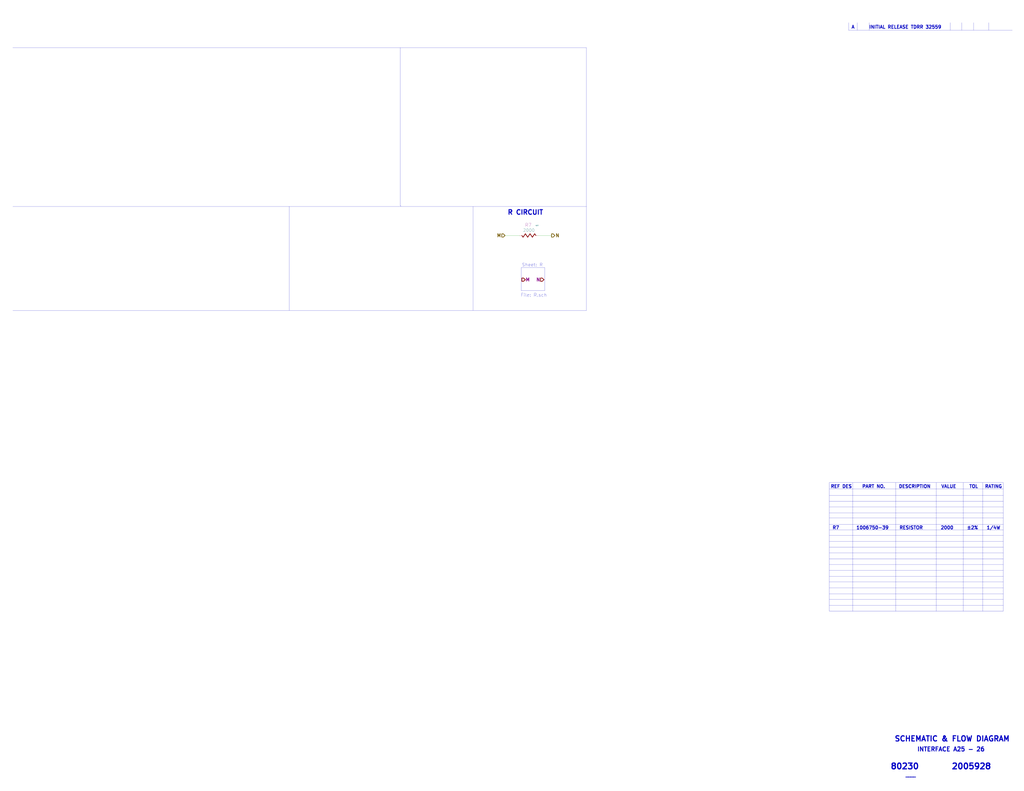
<source format=kicad_sch>
(kicad_sch (version 20211123) (generator eeschema)
  (paper "E")
  (lib_symbols
    (symbol "AGC_DSKY:HierBody" (pin_numbers hide) (pin_names (offset 0) hide)
      (symbol "HierBody_0_1"
        (polyline (pts (xy 1.905 0) (xy -0.127 -1.778) (xy -1.905 -1.778) (xy -1.905 1.778) (xy -0.127 1.778) (xy 1.905 0)) (stroke (width 0.762)))
      )
    )
    (symbol "AGC_DSKY:Resistor" (pin_numbers hide) (pin_names (offset 0) hide)
      (property "Reference" "R" (at -0.635 -4.445 0))
      (symbol "Resistor_0_1"
        (polyline (pts (xy -7.62 0) (xy -6.35 -1.905) (xy -3.81 1.905) (xy -1.27 -1.905) (xy 1.27 1.905) (xy 3.81 -1.905) (xy 6.35 1.905) (xy 7.62 0)) (stroke (width 0.762)))
      )
      (symbol "Resistor_1_1"
        (pin passive line (at -10.16 0 0) (length 2.54) (name "1") (number "1"))
        (pin passive line (at 10.16 0 180) (length 2.54) (name "2") (number "2"))
      )
    )
  )
  (polyline (pts (xy 1094.994 534.0604) (xy 905.129 534.0604)) (stroke (width 0) (type solid)))
  (polyline (pts (xy 905.129 584.8604) (xy 1094.994 584.8604)) (stroke (width 0) (type solid)))
  (polyline (pts (xy 905.129 667.4104) (xy 1094.994 667.4104)) (stroke (width 0) (type solid)))
  (polyline (pts (xy 1021.969 527.0754) (xy 1021.969 667.4104)) (stroke (width 0) (type solid)))
  (polyline (pts (xy 594.36 317.5) (xy 594.36 292.1)) (stroke (width 0) (type solid)))
  (polyline (pts (xy 905.129 565.8104) (xy 1094.994 565.8104)) (stroke (width 0) (type solid)))
  (polyline (pts (xy 905.129 654.7104) (xy 1094.994 654.7104)) (stroke (width 0) (type solid)))
  (polyline (pts (xy 516.255 225.425) (xy 516.255 339.09)) (stroke (width 0) (type solid)))
  (polyline (pts (xy 1104.9 33.02) (xy 926.1094 33.02)) (stroke (width 0.1524) (type solid)))
  (polyline (pts (xy 568.96 292.1) (xy 568.96 317.5)) (stroke (width 0) (type solid)))
  (polyline (pts (xy 905.129 616.6104) (xy 1094.994 616.6104)) (stroke (width 0) (type solid)))
  (polyline (pts (xy 568.96 317.5) (xy 594.36 317.5)) (stroke (width 0) (type solid)))
  (polyline (pts (xy 1094.994 661.0604) (xy 905.129 661.0604)) (stroke (width 0) (type solid)))
  (wire (pts (xy 567.055 257.175) (xy 551.18 257.175)))
  (polyline (pts (xy 905.129 642.0104) (xy 1094.994 642.0104)) (stroke (width 0) (type solid)))
  (polyline (pts (xy 905.129 527.0754) (xy 1094.994 527.0754)) (stroke (width 0) (type solid)))
  (polyline (pts (xy 1037.1074 32.9946) (xy 1037.1074 24.7396)) (stroke (width 0.1524) (type solid)))
  (polyline (pts (xy 905.129 591.2104) (xy 1094.994 591.2104)) (stroke (width 0) (type solid)))
  (polyline (pts (xy 640.08 52.07) (xy 640.08 339.09)) (stroke (width 0) (type solid)))
  (polyline (pts (xy 905.129 527.0754) (xy 905.129 667.4104)) (stroke (width 0) (type solid)))
  (polyline (pts (xy 1094.994 648.3604) (xy 905.129 648.3604)) (stroke (width 0) (type solid)))
  (polyline (pts (xy 1094.994 635.6604) (xy 905.129 635.6604)) (stroke (width 0) (type solid)))
  (polyline (pts (xy 1094.994 610.2604) (xy 905.129 610.2604)) (stroke (width 0) (type solid)))
  (polyline (pts (xy 948.69 32.9946) (xy 948.69 24.7396)) (stroke (width 0.1524) (type solid)))
  (polyline (pts (xy 905.129 629.3104) (xy 1094.994 629.3104)) (stroke (width 0) (type solid)))
  (polyline (pts (xy 1051.179 527.0754) (xy 1051.179 667.4104)) (stroke (width 0) (type solid)))
  (wire (pts (xy 601.98 257.175) (xy 587.375 257.175)))
  (polyline (pts (xy 13.97 52.07) (xy 640.08 52.07)) (stroke (width 0) (type solid)))
  (polyline (pts (xy 905.129 572.7954) (xy 1094.994 572.7954)) (stroke (width 0) (type solid)))
  (polyline (pts (xy 935.7106 33.02) (xy 935.7106 24.765)) (stroke (width 0.1524) (type solid)))
  (polyline (pts (xy 13.97 225.425) (xy 640.08 225.425)) (stroke (width 0) (type solid)))
  (polyline (pts (xy 1094.994 622.9604) (xy 905.129 622.9604)) (stroke (width 0) (type solid)))
  (polyline (pts (xy 905.129 541.0454) (xy 1094.994 541.0454)) (stroke (width 0) (type solid)))
  (polyline (pts (xy 905.129 578.5104) (xy 1094.994 578.5104)) (stroke (width 0) (type solid)))
  (polyline (pts (xy 1094.994 597.5604) (xy 905.129 597.5604)) (stroke (width 0) (type solid)))
  (polyline (pts (xy 13.97 339.09) (xy 640.08 339.09)) (stroke (width 0) (type solid)))
  (polyline (pts (xy 1094.994 560.0954) (xy 905.129 560.0954)) (stroke (width 0) (type solid)))
  (polyline (pts (xy 436.88 52.07) (xy 436.88 224.79)) (stroke (width 0) (type solid)))
  (polyline (pts (xy 926.1094 33.02) (xy 926.1094 24.765)) (stroke (width 0.1524) (type solid)))
  (polyline (pts (xy 437.515 224.79) (xy 437.515 225.425)))
  (polyline (pts (xy 1094.994 547.3954) (xy 905.129 547.3954)) (stroke (width 0) (type solid)))
  (polyline (pts (xy 1049.8074 32.9946) (xy 1049.8074 24.7396)) (stroke (width 0.1524) (type solid)))
  (polyline (pts (xy 315.595 225.425) (xy 315.595 339.09)) (stroke (width 0) (type solid)))
  (polyline (pts (xy 977.519 527.0754) (xy 977.519 667.4104)) (stroke (width 0) (type solid)))
  (polyline (pts (xy 1078.992 32.9946) (xy 1078.992 24.7396)) (stroke (width 0.1524) (type solid)))
  (polyline (pts (xy 436.88 224.79) (xy 437.515 224.79)))
  (polyline (pts (xy 1062.5074 32.9946) (xy 1062.5074 24.7396)) (stroke (width 0.1524) (type solid)))
  (polyline (pts (xy 905.129 603.9104) (xy 1094.994 603.9104)) (stroke (width 0) (type solid)))
  (polyline (pts (xy 1072.769 527.0754) (xy 1072.769 667.4104)) (stroke (width 0) (type solid)))
  (polyline (pts (xy 930.529 527.0754) (xy 930.529 667.4104)) (stroke (width 0) (type solid)))
  (polyline (pts (xy 905.129 553.7454) (xy 1094.994 553.7454)) (stroke (width 0) (type solid)))
  (polyline (pts (xy 1094.994 527.0754) (xy 1094.994 667.4104)) (stroke (width 0) (type solid)))
  (polyline (pts (xy 594.36 292.1) (xy 568.96 292.1)) (stroke (width 0) (type solid)))
  (text "PART NO." (at 940.689 533.4254 0) (effects (font (size 3.556 3.556) (thickness 0.7112) bold) (justify left bottom)))
  (text "R7" (at 908.304 578.5104 0) (effects (font (size 3.556 3.556) (thickness 0.7112) bold) (justify left bottom)))
  (text "2000" (at 1026.414 578.5104 0) (effects (font (size 3.556 3.556) (thickness 0.7112) bold) (justify left bottom)))
  (text "1/4W" (at 1076.579 578.5104 0) (effects (font (size 3.556 3.556) (thickness 0.7112) bold) (justify left bottom)))
  (text "File: R.sch" (at 596.9 324.485 180) (effects (font (size 3.556 3.556)) (justify right bottom)))
  (text "A      INITIAL RELEASE TDRR 32559" (at 929.005 31.75 0) (effects (font (size 3.556 3.556) (thickness 0.7112) bold) (justify left bottom)))
  (text "____" (at 988.06 848.995 0) (effects (font (size 3.556 3.556) (thickness 0.7112) bold) (justify left bottom)))
  (text "80230" (at 971.55 840.74 0) (effects (font (size 6.35 6.35) (thickness 1.27) bold) (justify left bottom)))
  (text "SCHEMATIC & FLOW DIAGRAM" (at 975.995 810.26 0) (effects (font (size 5.715 5.715) (thickness 1.143) bold) (justify left bottom)))
  (text "1006750-39" (at 934.339 578.5104 0) (effects (font (size 3.556 3.556) (thickness 0.7112) bold) (justify left bottom)))
  (text "INTERFACE A25 - 26" (at 1000.76 821.055 0) (effects (font (size 4.572 4.572) (thickness 0.9144) bold) (justify left bottom)))
  (text "2005928" (at 1038.225 840.74 0) (effects (font (size 6.35 6.35) (thickness 1.27) bold) (justify left bottom)))
  (text "REF DES" (at 906.399 533.4254 0) (effects (font (size 3.556 3.556) (thickness 0.7112) bold) (justify left bottom)))
  (text "DESCRIPTION" (at 980.694 533.4254 0) (effects (font (size 3.556 3.556) (thickness 0.7112) bold) (justify left bottom)))
  (text "RATING" (at 1074.674 533.4254 0) (effects (font (size 3.556 3.556) (thickness 0.7112) bold) (justify left bottom)))
  (text "VALUE" (at 1027.049 533.4254 0) (effects (font (size 3.556 3.556) (thickness 0.7112) bold) (justify left bottom)))
  (text "TOL" (at 1057.529 533.4254 0) (effects (font (size 3.556 3.556) (thickness 0.7112) bold) (justify left bottom)))
  (text "RESISTOR" (at 981.329 578.5104 0) (effects (font (size 3.556 3.556) (thickness 0.7112) bold) (justify left bottom)))
  (text "R CIRCUIT" (at 553.72 234.95 0) (effects (font (size 5.08 5.08) (thickness 1.016) bold) (justify left bottom)))
  (text "±2%" (at 1054.989 578.5104 0) (effects (font (size 3.556 3.556) (thickness 0.7112) bold) (justify left bottom)))
  (text "Sheet: R" (at 592.455 291.465 180) (effects (font (size 3.556 3.556)) (justify right bottom)))
  (hierarchical_label "M" (shape input) (at 551.18 257.175 180) (effects (font (size 3.556 3.556) (thickness 0.7112) bold)))
  (hierarchical_label "N" (shape output) (at 601.98 257.175 0) (effects (font (size 3.556 3.556) (thickness 0.7112) bold)))
  (symbol (lib_id "AGC_DSKY:Resistor") (at 577.215 257.175 0)
    (property "Reference" "4R7" (at 586.105 246.38 0))
    (property "Value" "2000" (at 577.215 251.46 0) (effects (font (size 3.302 3.302))))
    (property "baseRefd" "R7" (at 576.58 245.745 0) (effects (font (size 3.556 3.556))))
  )
  (symbol (lib_id "AGC_DSKY:HierBody") (at 571.5 305.435 0)
    (property "Reference" "N1701" (effects hide))
    (property "Value" "HierBody" (effects hide))
    (property "Caption2" "M" (at 575.945 305.435 0) (effects (font (size 3.556 3.556) bold)))
  )
  (symbol (lib_id "AGC_DSKY:HierBody") (at 591.82 305.435 0)
    (property "Reference" "N1702" (effects hide))
    (property "Value" "HierBody" (effects hide))
    (property "Caption2" "N" (at 587.375 305.435 0) (effects (font (size 3.556 3.556) bold)))
  )
)
</source>
